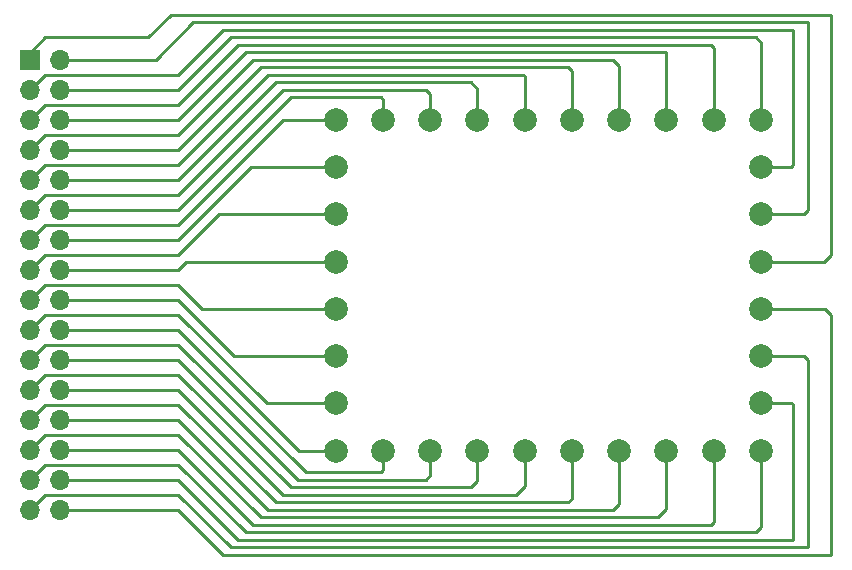
<source format=gbr>
%TF.GenerationSoftware,KiCad,Pcbnew,7.0.6*%
%TF.CreationDate,2023-08-02T14:22:49+01:00*%
%TF.ProjectId,Outline2,4f75746c-696e-4653-922e-6b696361645f,rev?*%
%TF.SameCoordinates,Original*%
%TF.FileFunction,Copper,L1,Top*%
%TF.FilePolarity,Positive*%
%FSLAX46Y46*%
G04 Gerber Fmt 4.6, Leading zero omitted, Abs format (unit mm)*
G04 Created by KiCad (PCBNEW 7.0.6) date 2023-08-02 14:22:49*
%MOMM*%
%LPD*%
G01*
G04 APERTURE LIST*
%TA.AperFunction,SMDPad,CuDef*%
%ADD10C,2.000000*%
%TD*%
%TA.AperFunction,ComponentPad*%
%ADD11R,1.700000X1.700000*%
%TD*%
%TA.AperFunction,ComponentPad*%
%ADD12O,1.700000X1.700000*%
%TD*%
%TA.AperFunction,Conductor*%
%ADD13C,0.250000*%
%TD*%
G04 APERTURE END LIST*
D10*
%TO.P,REF\u002A\u002A,1*%
%TO.N,N/C*%
X112010000Y-24130000D03*
X112010000Y-24130000D03*
X112010000Y-28130000D03*
X112010000Y-32130000D03*
X112010000Y-36130000D03*
X112010000Y-40130000D03*
X112010000Y-44130000D03*
X112010000Y-48130000D03*
X112010000Y-52130000D03*
X116010000Y-24130000D03*
X116010000Y-52130000D03*
X120010000Y-24130000D03*
X120010000Y-52130000D03*
X124010000Y-24130000D03*
X124010000Y-52130000D03*
X128010000Y-24130000D03*
X128010000Y-52130000D03*
X132010000Y-24130000D03*
X132010000Y-52130000D03*
X136010000Y-24130000D03*
X136010000Y-52130000D03*
X140010000Y-24130000D03*
X140010000Y-52130000D03*
X144010000Y-24130000D03*
X144010000Y-52130000D03*
X148010000Y-24130000D03*
X148010000Y-28130000D03*
X148010000Y-32130000D03*
X148010000Y-36130000D03*
X148010000Y-40130000D03*
X148010000Y-44130000D03*
X148010000Y-48130000D03*
X148010000Y-52130000D03*
%TD*%
D11*
%TO.P,REF\u002A\u002A,1*%
%TO.N,N/C*%
X86160000Y-19050000D03*
D12*
%TO.P,REF\u002A\u002A,2*%
X88700000Y-19050000D03*
%TO.P,REF\u002A\u002A,3*%
X86160000Y-21590000D03*
%TO.P,REF\u002A\u002A,4*%
X88700000Y-21590000D03*
%TO.P,REF\u002A\u002A,5*%
X86160000Y-24130000D03*
%TO.P,REF\u002A\u002A,6*%
X88700000Y-24130000D03*
%TO.P,REF\u002A\u002A,7*%
X86160000Y-26670000D03*
%TO.P,REF\u002A\u002A,8*%
X88700000Y-26670000D03*
%TO.P,REF\u002A\u002A,9*%
X86160000Y-29210000D03*
%TO.P,REF\u002A\u002A,10*%
X88700000Y-29210000D03*
%TO.P,REF\u002A\u002A,11*%
X86160000Y-31750000D03*
%TO.P,REF\u002A\u002A,12*%
X88700000Y-31750000D03*
%TO.P,REF\u002A\u002A,13*%
X86160000Y-34290000D03*
%TO.P,REF\u002A\u002A,14*%
X88700000Y-34290000D03*
%TO.P,REF\u002A\u002A,15*%
X86160000Y-36830000D03*
%TO.P,REF\u002A\u002A,16*%
X88700000Y-36830000D03*
%TO.P,REF\u002A\u002A,17*%
X86160000Y-39370000D03*
%TO.P,REF\u002A\u002A,18*%
X88700000Y-39370000D03*
%TO.P,REF\u002A\u002A,19*%
X86160000Y-41910000D03*
%TO.P,REF\u002A\u002A,20*%
X88700000Y-41910000D03*
%TO.P,REF\u002A\u002A,21*%
X86160000Y-44450000D03*
%TO.P,REF\u002A\u002A,22*%
X88700000Y-44450000D03*
%TO.P,REF\u002A\u002A,23*%
X86160000Y-46990000D03*
%TO.P,REF\u002A\u002A,24*%
X88700000Y-46990000D03*
%TO.P,REF\u002A\u002A,25*%
X86160000Y-49530000D03*
%TO.P,REF\u002A\u002A,26*%
X88700000Y-49530000D03*
%TO.P,REF\u002A\u002A,27*%
X86160000Y-52070000D03*
%TO.P,REF\u002A\u002A,28*%
X88700000Y-52070000D03*
%TO.P,REF\u002A\u002A,29*%
X86160000Y-54610000D03*
%TO.P,REF\u002A\u002A,30*%
X88700000Y-54610000D03*
%TO.P,REF\u002A\u002A,31*%
X86160000Y-57150000D03*
%TO.P,REF\u002A\u002A,32*%
X88700000Y-57150000D03*
%TD*%
D13*
%TO.N,*%
X128010000Y-20445000D02*
X127885000Y-20320000D01*
X87430000Y-55880000D02*
X86160000Y-57150000D01*
X153350000Y-36130000D02*
X148010000Y-36130000D01*
X124010000Y-21525000D02*
X123440000Y-20955000D01*
X87430000Y-38100000D02*
X86160000Y-39370000D01*
X116010000Y-53785000D02*
X115820000Y-53975000D01*
X148010000Y-40130000D02*
X153410000Y-40130000D01*
X87430000Y-53340000D02*
X86160000Y-54610000D01*
X98675000Y-49530000D02*
X88700000Y-49530000D01*
X98675000Y-39370000D02*
X88700000Y-39370000D01*
X128010000Y-55120000D02*
X127250000Y-55880000D01*
X132010000Y-20000000D02*
X131695000Y-19685000D01*
X98675000Y-34290000D02*
X88700000Y-34290000D01*
X87430000Y-22860000D02*
X86160000Y-24130000D01*
X120010000Y-21970000D02*
X119630000Y-21590000D01*
X148010000Y-48130000D02*
X150615000Y-48130000D01*
X132010000Y-56200000D02*
X131695000Y-56515000D01*
X99945000Y-15875000D02*
X96770000Y-19050000D01*
X127885000Y-20320000D02*
X106295000Y-20320000D01*
X98675000Y-26670000D02*
X88700000Y-26670000D01*
X140010000Y-57090000D02*
X139315000Y-57785000D01*
X119630000Y-54610000D02*
X108835000Y-54610000D01*
X152015000Y-15875000D02*
X152015000Y-31750000D01*
X144010000Y-52130000D02*
X144010000Y-58170000D01*
X135505000Y-19050000D02*
X105025000Y-19050000D01*
X136010000Y-56645000D02*
X135505000Y-57150000D01*
X153920000Y-15240000D02*
X153920000Y-35560000D01*
X87430000Y-45720000D02*
X86160000Y-46990000D01*
X87430000Y-43180000D02*
X86160000Y-44450000D01*
X127250000Y-55880000D02*
X107565000Y-55880000D01*
X98040000Y-15240000D02*
X153920000Y-15240000D01*
X143760000Y-17780000D02*
X103755000Y-17780000D01*
X98675000Y-48260000D02*
X87430000Y-48260000D01*
X132010000Y-52130000D02*
X132010000Y-56200000D01*
X102485000Y-16510000D02*
X98675000Y-20320000D01*
X87430000Y-25400000D02*
X86160000Y-26670000D01*
X98675000Y-55880000D02*
X87430000Y-55880000D01*
X108895000Y-52130000D02*
X98675000Y-41910000D01*
X99375000Y-36130000D02*
X98675000Y-36830000D01*
X87430000Y-35560000D02*
X86160000Y-36830000D01*
X98675000Y-46990000D02*
X88700000Y-46990000D01*
X106295000Y-20320000D02*
X98675000Y-27940000D01*
X103120000Y-17145000D02*
X98675000Y-21590000D01*
X112010000Y-48130000D02*
X106165000Y-48130000D01*
X153920000Y-40640000D02*
X153920000Y-60960000D01*
X102105000Y-32130000D02*
X98675000Y-35560000D01*
X87430000Y-40640000D02*
X86160000Y-41910000D01*
X98675000Y-45720000D02*
X87430000Y-45720000D01*
X106930000Y-20955000D02*
X98675000Y-29210000D01*
X98675000Y-38100000D02*
X87430000Y-38100000D01*
X96135000Y-17145000D02*
X87435000Y-17145000D01*
X104835000Y-28130000D02*
X98675000Y-34290000D01*
X98675000Y-27940000D02*
X87430000Y-27940000D01*
X152015000Y-60325000D02*
X103120000Y-60325000D01*
X98675000Y-22860000D02*
X87430000Y-22860000D01*
X136010000Y-52130000D02*
X136010000Y-56645000D01*
X106930000Y-56515000D02*
X98675000Y-48260000D01*
X153920000Y-60960000D02*
X102485000Y-60960000D01*
X103435000Y-44130000D02*
X98675000Y-39370000D01*
X143760000Y-58420000D02*
X105025000Y-58420000D01*
X107565000Y-24130000D02*
X98675000Y-33020000D01*
X98675000Y-33020000D02*
X87430000Y-33020000D01*
X109470000Y-53975000D02*
X98675000Y-43180000D01*
X112010000Y-44130000D02*
X103435000Y-44130000D01*
X124010000Y-54675000D02*
X123440000Y-55245000D01*
X136010000Y-24130000D02*
X136010000Y-19555000D01*
X140010000Y-52130000D02*
X140010000Y-57090000D01*
X119630000Y-21590000D02*
X107565000Y-21590000D01*
X112010000Y-36130000D02*
X99375000Y-36130000D01*
X98675000Y-21590000D02*
X88700000Y-21590000D01*
X98675000Y-50800000D02*
X87430000Y-50800000D01*
X112010000Y-40130000D02*
X100705000Y-40130000D01*
X108200000Y-22225000D02*
X98675000Y-31750000D01*
X103755000Y-59690000D02*
X98675000Y-54610000D01*
X102485000Y-60960000D02*
X98675000Y-57150000D01*
X87430000Y-48260000D02*
X86160000Y-49530000D01*
X123440000Y-20955000D02*
X106930000Y-20955000D01*
X128010000Y-24130000D02*
X128010000Y-20445000D01*
X120010000Y-24130000D02*
X120010000Y-21970000D01*
X105660000Y-57785000D02*
X98675000Y-50800000D01*
X86160000Y-18420000D02*
X86160000Y-19050000D01*
X150745000Y-16510000D02*
X102485000Y-16510000D01*
X136010000Y-19555000D02*
X135505000Y-19050000D01*
X98675000Y-30480000D02*
X87430000Y-30480000D01*
X87430000Y-30480000D02*
X86160000Y-31750000D01*
X112010000Y-32130000D02*
X102105000Y-32130000D01*
X131695000Y-19685000D02*
X105660000Y-19685000D01*
X87430000Y-20320000D02*
X86160000Y-21590000D01*
X98675000Y-57150000D02*
X88700000Y-57150000D01*
X148010000Y-17585000D02*
X147570000Y-17145000D01*
X98675000Y-40640000D02*
X87430000Y-40640000D01*
X152015000Y-31750000D02*
X151635000Y-32130000D01*
X98675000Y-29210000D02*
X88700000Y-29210000D01*
X140010000Y-24130000D02*
X140010000Y-18475000D01*
X139950000Y-18415000D02*
X104390000Y-18415000D01*
X148010000Y-44130000D02*
X151695000Y-44130000D01*
X100705000Y-40130000D02*
X98675000Y-38100000D01*
X128010000Y-52130000D02*
X128010000Y-55120000D01*
X147570000Y-59055000D02*
X104390000Y-59055000D01*
X108835000Y-54610000D02*
X98675000Y-44450000D01*
X148010000Y-28130000D02*
X150555000Y-28130000D01*
X147570000Y-17145000D02*
X103120000Y-17145000D01*
X103120000Y-60325000D02*
X98675000Y-55880000D01*
X148010000Y-58615000D02*
X147570000Y-59055000D01*
X105660000Y-19685000D02*
X98675000Y-26670000D01*
X116010000Y-22415000D02*
X115820000Y-22225000D01*
X105025000Y-19050000D02*
X98675000Y-25400000D01*
X115820000Y-53975000D02*
X109470000Y-53975000D01*
X153410000Y-40130000D02*
X153920000Y-40640000D01*
X98675000Y-43180000D02*
X87430000Y-43180000D01*
X104390000Y-18415000D02*
X98675000Y-24130000D01*
X144010000Y-24130000D02*
X144010000Y-18030000D01*
X115820000Y-22225000D02*
X108200000Y-22225000D01*
X106295000Y-57150000D02*
X98675000Y-49530000D01*
X150615000Y-48130000D02*
X150745000Y-48260000D01*
X98675000Y-20320000D02*
X87430000Y-20320000D01*
X152015000Y-44450000D02*
X152015000Y-60325000D01*
X106165000Y-48130000D02*
X98675000Y-40640000D01*
X107565000Y-21590000D02*
X98675000Y-30480000D01*
X144010000Y-18030000D02*
X143760000Y-17780000D01*
X98675000Y-24130000D02*
X88700000Y-24130000D01*
X98040000Y-15240000D02*
X96135000Y-17145000D01*
X140010000Y-18475000D02*
X139950000Y-18415000D01*
X148010000Y-52130000D02*
X148010000Y-58615000D01*
X98675000Y-52070000D02*
X88700000Y-52070000D01*
X144010000Y-58170000D02*
X143760000Y-58420000D01*
X105025000Y-58420000D02*
X98675000Y-52070000D01*
X87435000Y-17145000D02*
X86160000Y-18420000D01*
X103755000Y-17780000D02*
X98675000Y-22860000D01*
X151635000Y-32130000D02*
X148010000Y-32130000D01*
X150745000Y-59690000D02*
X103755000Y-59690000D01*
X98675000Y-25400000D02*
X87430000Y-25400000D01*
X98675000Y-31750000D02*
X88700000Y-31750000D01*
X116010000Y-52130000D02*
X116010000Y-53785000D01*
X150555000Y-28130000D02*
X150745000Y-27940000D01*
X131695000Y-56515000D02*
X106930000Y-56515000D01*
X116010000Y-24130000D02*
X116010000Y-22415000D01*
X104390000Y-59055000D02*
X98675000Y-53340000D01*
X120010000Y-52130000D02*
X120010000Y-54230000D01*
X98675000Y-41910000D02*
X88700000Y-41910000D01*
X112010000Y-24130000D02*
X107565000Y-24130000D01*
X150745000Y-48260000D02*
X150745000Y-59690000D01*
X98675000Y-35560000D02*
X87430000Y-35560000D01*
X96770000Y-19050000D02*
X88700000Y-19050000D01*
X124010000Y-52130000D02*
X124010000Y-54675000D01*
X99945000Y-15875000D02*
X152015000Y-15875000D01*
X87430000Y-27940000D02*
X86160000Y-29210000D01*
X98675000Y-44450000D02*
X88700000Y-44450000D01*
X112010000Y-28130000D02*
X104835000Y-28130000D01*
X98675000Y-54610000D02*
X88700000Y-54610000D01*
X123440000Y-55245000D02*
X108200000Y-55245000D01*
X87430000Y-50800000D02*
X86160000Y-52070000D01*
X124010000Y-24130000D02*
X124010000Y-21525000D01*
X151695000Y-44130000D02*
X152015000Y-44450000D01*
X112010000Y-52130000D02*
X108895000Y-52130000D01*
X150745000Y-27940000D02*
X150745000Y-16510000D01*
X87430000Y-33020000D02*
X86160000Y-34290000D01*
X107565000Y-55880000D02*
X98675000Y-46990000D01*
X132010000Y-24130000D02*
X132010000Y-20000000D01*
X108200000Y-55245000D02*
X98675000Y-45720000D01*
X98675000Y-53340000D02*
X87430000Y-53340000D01*
X153920000Y-35560000D02*
X153350000Y-36130000D01*
X148010000Y-24130000D02*
X148010000Y-17585000D01*
X139315000Y-57785000D02*
X105660000Y-57785000D01*
X135505000Y-57150000D02*
X106295000Y-57150000D01*
X98675000Y-36830000D02*
X88700000Y-36830000D01*
X120010000Y-54230000D02*
X119630000Y-54610000D01*
%TD*%
M02*

</source>
